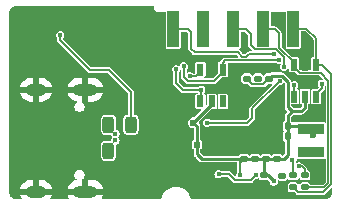
<source format=gbr>
%TF.GenerationSoftware,KiCad,Pcbnew,8.0.3*%
%TF.CreationDate,2024-07-01T02:25:18+08:00*%
%TF.ProjectId,hpm_dap,68706d5f-6461-4702-9e6b-696361645f70,rev?*%
%TF.SameCoordinates,PX3f32af6PY270961d*%
%TF.FileFunction,Copper,L2,Bot*%
%TF.FilePolarity,Positive*%
%FSLAX46Y46*%
G04 Gerber Fmt 4.6, Leading zero omitted, Abs format (unit mm)*
G04 Created by KiCad (PCBNEW 8.0.3) date 2024-07-01 02:25:18*
%MOMM*%
%LPD*%
G01*
G04 APERTURE LIST*
G04 Aperture macros list*
%AMRoundRect*
0 Rectangle with rounded corners*
0 $1 Rounding radius*
0 $2 $3 $4 $5 $6 $7 $8 $9 X,Y pos of 4 corners*
0 Add a 4 corners polygon primitive as box body*
4,1,4,$2,$3,$4,$5,$6,$7,$8,$9,$2,$3,0*
0 Add four circle primitives for the rounded corners*
1,1,$1+$1,$2,$3*
1,1,$1+$1,$4,$5*
1,1,$1+$1,$6,$7*
1,1,$1+$1,$8,$9*
0 Add four rect primitives between the rounded corners*
20,1,$1+$1,$2,$3,$4,$5,0*
20,1,$1+$1,$4,$5,$6,$7,0*
20,1,$1+$1,$6,$7,$8,$9,0*
20,1,$1+$1,$8,$9,$2,$3,0*%
G04 Aperture macros list end*
%TA.AperFunction,SMDPad,CuDef*%
%ADD10R,1.000000X3.100000*%
%TD*%
%TA.AperFunction,ComponentPad*%
%ADD11O,1.800000X1.000000*%
%TD*%
%TA.AperFunction,ComponentPad*%
%ADD12O,2.100000X1.000000*%
%TD*%
%TA.AperFunction,SMDPad,CuDef*%
%ADD13R,0.550000X1.000000*%
%TD*%
%TA.AperFunction,SMDPad,CuDef*%
%ADD14RoundRect,0.135000X0.185000X-0.135000X0.185000X0.135000X-0.185000X0.135000X-0.185000X-0.135000X0*%
%TD*%
%TA.AperFunction,SMDPad,CuDef*%
%ADD15RoundRect,0.140000X0.140000X0.170000X-0.140000X0.170000X-0.140000X-0.170000X0.140000X-0.170000X0*%
%TD*%
%TA.AperFunction,SMDPad,CuDef*%
%ADD16RoundRect,0.140000X0.170000X-0.140000X0.170000X0.140000X-0.170000X0.140000X-0.170000X-0.140000X0*%
%TD*%
%TA.AperFunction,SMDPad,CuDef*%
%ADD17RoundRect,0.140000X-0.170000X0.140000X-0.170000X-0.140000X0.170000X-0.140000X0.170000X0.140000X0*%
%TD*%
%TA.AperFunction,SMDPad,CuDef*%
%ADD18R,2.300000X0.850000*%
%TD*%
%TA.AperFunction,SMDPad,CuDef*%
%ADD19RoundRect,0.250000X0.250000X0.450000X-0.250000X0.450000X-0.250000X-0.450000X0.250000X-0.450000X0*%
%TD*%
%TA.AperFunction,SMDPad,CuDef*%
%ADD20RoundRect,0.250000X0.350000X0.450000X-0.350000X0.450000X-0.350000X-0.450000X0.350000X-0.450000X0*%
%TD*%
%TA.AperFunction,ViaPad*%
%ADD21C,0.400000*%
%TD*%
%TA.AperFunction,ViaPad*%
%ADD22C,0.600000*%
%TD*%
%TA.AperFunction,ViaPad*%
%ADD23C,0.609600*%
%TD*%
%TA.AperFunction,Conductor*%
%ADD24C,0.101600*%
%TD*%
%TA.AperFunction,Conductor*%
%ADD25C,0.177800*%
%TD*%
%TA.AperFunction,Conductor*%
%ADD26C,0.254000*%
%TD*%
%TA.AperFunction,Conductor*%
%ADD27C,0.200000*%
%TD*%
%TA.AperFunction,Conductor*%
%ADD28C,0.127000*%
%TD*%
G04 APERTURE END LIST*
D10*
%TO.P,J2,10*%
%TO.N,/uart_tx*%
X10922999Y14750000D03*
%TO.P,J2,8*%
%TO.N,/uart_rx*%
X8382999Y14750000D03*
%TO.P,J2,6*%
%TO.N,/JTAG_TDO*%
X5842999Y14750000D03*
%TO.P,J2,4*%
%TO.N,unconnected-(J2-Pad4)*%
X3302999Y14750000D03*
%TO.P,J2,2*%
%TO.N,/JTAG_TDI*%
X762999Y14750000D03*
%TD*%
D11*
%TO.P,J1,S1,SHIELD*%
%TO.N,GND*%
X-10857001Y944000D03*
D12*
X-6677001Y944000D03*
D11*
X-10857001Y9584000D03*
D12*
X-6677001Y9584000D03*
%TD*%
D13*
%TO.P,D3,6*%
%TO.N,/JTAG_TDO*%
X10963306Y9001293D03*
%TO.P,D3,5*%
%TO.N,+3.3V*%
X11913306Y9001293D03*
%TO.P,D3,4*%
%TO.N,/JTAG_TDI*%
X12863306Y9001293D03*
%TO.P,D3,3*%
%TO.N,/uart_tx*%
X12863306Y11701293D03*
%TO.P,D3,2*%
%TO.N,GND*%
X11913306Y11701293D03*
%TO.P,D3,1*%
%TO.N,/uart_rx*%
X10963306Y11701293D03*
%TD*%
D14*
%TO.P,R10,2*%
%TO.N,Net-(U1D-PA00{slash}TMR1.COMP0{slash}URT0.TXD{slash}TRGM0.P00)*%
X10928666Y2348093D03*
%TO.P,R10,1*%
%TO.N,/uart_tx*%
X10928666Y1328093D03*
%TD*%
D15*
%TO.P,C14,2*%
%TO.N,GND*%
X9502906Y5626893D03*
%TO.P,C14,1*%
%TO.N,+3.3V*%
X10462906Y5626893D03*
%TD*%
D16*
%TO.P,C5,2*%
%TO.N,GND*%
X8865306Y11490627D03*
%TO.P,C5,1*%
%TO.N,+3.3V*%
X8865306Y10530627D03*
%TD*%
%TO.P,C1,2*%
%TO.N,GND*%
X7925038Y11490627D03*
%TO.P,C1,1*%
%TO.N,/core/Vana*%
X7925038Y10530627D03*
%TD*%
D13*
%TO.P,D2,6*%
%TO.N,/SWRST{slash}JTAG_TRST*%
X3064906Y8594893D03*
%TO.P,D2,5*%
%TO.N,+3.3V*%
X4014906Y8594893D03*
%TO.P,D2,4*%
%TO.N,unconnected-(D2-Pad4)*%
X4964906Y8594893D03*
%TO.P,D2,3*%
%TO.N,/SWCLK{slash}JTAG_TCK*%
X4964906Y11294893D03*
%TO.P,D2,2*%
%TO.N,GND*%
X4014906Y11294893D03*
%TO.P,D2,1*%
%TO.N,/SWDIO{slash}JTAG_TMS*%
X3064906Y11294893D03*
%TD*%
D16*
%TO.P,C8,2*%
%TO.N,GND*%
X6782506Y4684493D03*
%TO.P,C8,1*%
%TO.N,+3.3V*%
X6782506Y3724493D03*
%TD*%
D17*
%TO.P,C18,2*%
%TO.N,GND*%
X9982906Y1358093D03*
%TO.P,C18,1*%
%TO.N,Net-(U1C-VDD_OTPCAP)*%
X9982906Y2318093D03*
%TD*%
D16*
%TO.P,C9,2*%
%TO.N,GND*%
X7696906Y4684493D03*
%TO.P,C9,1*%
%TO.N,+3.3V*%
X7696906Y3724493D03*
%TD*%
D18*
%TO.P,L2,2,2*%
%TO.N,Net-(U1A-DCDC_LP)*%
X12388581Y4296203D03*
%TO.P,L2,1,1*%
%TO.N,+3.3V*%
X12388581Y6246203D03*
%TD*%
D16*
%TO.P,C10,2*%
%TO.N,GND*%
X8611306Y4684493D03*
%TO.P,C10,1*%
%TO.N,+3.3V*%
X8611306Y3724493D03*
%TD*%
%TO.P,C6,2*%
%TO.N,GND*%
X6985706Y11490627D03*
%TO.P,C6,1*%
%TO.N,+3.3V*%
X6985706Y10530627D03*
%TD*%
D19*
%TO.P,D1,4,VP*%
%TO.N,VBUS*%
X-2833894Y6625293D03*
%TO.P,D1,3,L2*%
%TO.N,/core/USB_D-*%
X-4733894Y6625293D03*
%TO.P,D1,2,L1*%
%TO.N,/core/USB_D+*%
X-4733894Y4425293D03*
D20*
%TO.P,D1,1,VN*%
%TO.N,GND*%
X-3013894Y4425293D03*
%TD*%
D16*
%TO.P,C11,2*%
%TO.N,GND*%
X9525706Y4684493D03*
%TO.P,C11,1*%
%TO.N,+3.3V*%
X9525706Y3724493D03*
%TD*%
D14*
%TO.P,R11,2*%
%TO.N,Net-(U1D-PA01{slash}TMR1.CAPT0{slash}URT0.RXD{slash}TRGM0.P01{slash}ACMP.COMP0)*%
X11893866Y2348093D03*
%TO.P,R11,1*%
%TO.N,/uart_rx*%
X11893866Y1328093D03*
%TD*%
D17*
%TO.P,C4,2*%
%TO.N,GND*%
X8458906Y1378093D03*
%TO.P,C4,1*%
%TO.N,+3.3V*%
X8458906Y2338093D03*
%TD*%
D15*
%TO.P,C13,2*%
%TO.N,GND*%
X9502906Y6541293D03*
%TO.P,C13,1*%
%TO.N,+3.3V*%
X10462906Y6541293D03*
%TD*%
D21*
%TO.N,/core/Vana*%
X7925038Y10530627D03*
%TO.N,Net-(U1C-VDD_OTPCAP)*%
X9982906Y2318093D03*
%TO.N,/core/USB_D-*%
X-4139494Y5852293D03*
%TO.N,/core/USB_D+*%
X-4139494Y5299893D03*
D22*
%TO.N,Net-(U1A-DCDC_LP)*%
X12388581Y4296203D03*
D21*
%TO.N,/core/SPI_CS*%
X9779706Y10351293D03*
X3632906Y6795293D03*
%TO.N,/core/BOOT1*%
X4598106Y2426493D03*
X7747706Y2353293D03*
D23*
%TO.N,GND*%
X4852106Y1258093D03*
X-1497894Y1258093D03*
X2312106Y1258093D03*
X6703306Y7738093D03*
D21*
X12065706Y12789693D03*
D23*
X-2615494Y16244093D03*
X13081706Y1969293D03*
D21*
X-5866694Y13958093D03*
X-5866694Y12840493D03*
D23*
X-12318294Y15939293D03*
X-1294694Y12637293D03*
X2413706Y3594893D03*
X-5968294Y15939293D03*
X-12419894Y3798093D03*
X-12419894Y7608093D03*
X-9778294Y15939293D03*
X7646106Y648493D03*
X7973306Y6468093D03*
D21*
X4852106Y9906993D03*
D23*
X-12318294Y13399293D03*
X13386506Y8116093D03*
X6703306Y5198093D03*
X-1294694Y8624093D03*
X-227894Y1258093D03*
X13081706Y3239293D03*
X-12419894Y6338093D03*
D21*
X-5866694Y13399293D03*
D23*
X-8508294Y15939293D03*
X-24694Y12637293D03*
X-12318294Y14669293D03*
D21*
X9474906Y11367293D03*
D23*
X-12318294Y12129293D03*
X-2564694Y12637293D03*
X-4037894Y1258093D03*
X-7238294Y15939293D03*
X6376106Y648493D03*
X3582106Y1258093D03*
X8916106Y648493D03*
D21*
X6274506Y11367293D03*
D23*
X9243306Y7738093D03*
D21*
X6782506Y12738893D03*
D23*
X-11048294Y15939293D03*
X-12419894Y5068093D03*
X-1345494Y16244093D03*
X-2767894Y1258093D03*
X9243306Y5198093D03*
D22*
%TO.N,+3.3V*%
X12576605Y5787128D03*
D21*
X6985706Y10530627D03*
X9271706Y1816893D03*
D23*
X2769306Y4937693D03*
D21*
X6411464Y2358093D03*
D23*
X2464506Y6795293D03*
D21*
X8865306Y10530627D03*
%TO.N,/SWDIO{slash}JTAG_TMS*%
X2159706Y10706893D03*
%TO.N,/SWCLK{slash}JTAG_TCK*%
X1651706Y11570493D03*
X9678106Y12129293D03*
%TO.N,/SWRST{slash}JTAG_TRST*%
X3124906Y9589293D03*
X991306Y11323042D03*
%TO.N,/JTAG_TDO*%
X10135306Y11519693D03*
X10998906Y9944893D03*
%TO.N,/JTAG_TDI*%
X13335706Y10097293D03*
X9309527Y12606021D03*
%TO.N,VBUS*%
X-8813094Y14212093D03*
%TO.N,Net-(U1D-PA00{slash}TMR1.COMP0{slash}URT0.TXD{slash}TRGM0.P00)*%
X10846506Y3594893D03*
%TO.N,Net-(U1D-PA01{slash}TMR1.CAPT0{slash}URT0.RXD{slash}TRGM0.P01{slash}ACMP.COMP0)*%
X11405306Y3086893D03*
%TD*%
D24*
%TO.N,/core/USB_D-*%
X-4139494Y5852293D02*
X-4733894Y6446693D01*
X-4733894Y6446693D02*
X-4733894Y6625293D01*
%TO.N,/core/USB_D+*%
X-4733894Y4705493D02*
X-4733894Y4425293D01*
X-4139494Y5299893D02*
X-4733894Y4705493D01*
D25*
%TO.N,/core/SPI_CS*%
X7036506Y6795293D02*
X3632906Y6795293D01*
X7442906Y7201693D02*
X7036506Y6795293D01*
X9779706Y10351293D02*
X7442906Y8014493D01*
X7442906Y8014493D02*
X7442906Y7201693D01*
%TO.N,/core/BOOT1*%
X5971406Y1967593D02*
X7362006Y1967593D01*
X5512506Y2426493D02*
X5971406Y1967593D01*
X7362006Y1967593D02*
X7747706Y2353293D01*
X4598106Y2426493D02*
X5512506Y2426493D01*
D26*
%TO.N,+3.3V*%
X8458906Y2338093D02*
X8458906Y3572093D01*
X9525706Y3724493D02*
X6782506Y3724493D01*
X9271706Y1816893D02*
X8750506Y2338093D01*
X9114572Y10779893D02*
X8865306Y10530627D01*
X10846506Y7760493D02*
X10459706Y8147293D01*
X2769306Y4153693D02*
X2769306Y4937693D01*
D27*
X6985706Y10530627D02*
X7467306Y10049027D01*
D26*
X10459706Y8147293D02*
X10459706Y10277425D01*
X6426906Y3724493D02*
X3198506Y3724493D01*
X10140521Y3724493D02*
X9525706Y3724493D01*
D27*
X8383706Y10049027D02*
X8865306Y10530627D01*
D26*
X9957238Y10779893D02*
X9114572Y10779893D01*
X10462906Y6541293D02*
X10462906Y7376893D01*
X10459706Y10277425D02*
X9957238Y10779893D01*
X6782506Y3724493D02*
X6426906Y3724493D01*
X2769306Y6490493D02*
X2769306Y4937693D01*
X4014906Y8345693D02*
X4014906Y8594893D01*
X12388581Y6246203D02*
X12093491Y6541293D01*
X2464506Y6795293D02*
X4014906Y8345693D01*
X10462906Y5626893D02*
X10462906Y4046878D01*
D25*
X8458906Y3572093D02*
X8611306Y3724493D01*
D26*
X8750506Y2338093D02*
X8458906Y2338093D01*
X10846506Y7760493D02*
X11608506Y7760493D01*
X11608506Y7760493D02*
X11913306Y8065293D01*
D27*
X7467306Y10049027D02*
X8383706Y10049027D01*
X6411464Y2358093D02*
X6411464Y3353451D01*
D26*
X10462906Y4046878D02*
X10140521Y3724493D01*
X10462906Y6541293D02*
X10462906Y5626893D01*
X3198506Y3724493D02*
X2769306Y4153693D01*
X12576605Y6058179D02*
X12388581Y6246203D01*
D27*
X6411464Y3709051D02*
X6426906Y3724493D01*
X6411464Y3353451D02*
X6411464Y3709051D01*
D26*
X2464506Y6795293D02*
X2769306Y6490493D01*
D27*
X6411464Y3353451D02*
X6782506Y3724493D01*
D26*
X10462906Y7376893D02*
X10846506Y7760493D01*
X12576605Y5787128D02*
X12576605Y6058179D01*
X12093491Y6541293D02*
X10462906Y6541293D01*
X11913306Y8065293D02*
X11913306Y9001293D01*
D25*
%TO.N,/SWDIO{slash}JTAG_TMS*%
X3064906Y11053293D02*
X3064906Y11294893D01*
X2718506Y10706893D02*
X3064906Y11053293D01*
X2159706Y10706893D02*
X2718506Y10706893D01*
D28*
%TO.N,/uart_rx*%
X13234106Y11011693D02*
X11451506Y11011693D01*
X13894506Y1658900D02*
X13894506Y10351293D01*
X10963306Y11701293D02*
X10963306Y11910893D01*
X9343399Y14750000D02*
X8382999Y14750000D01*
X11893866Y1328093D02*
X13563699Y1328093D01*
X13563699Y1328093D02*
X13894506Y1658900D01*
X13894506Y10351293D02*
X13234106Y11011693D01*
X9728906Y13145293D02*
X9728906Y14364493D01*
X9728906Y14364493D02*
X9343399Y14750000D01*
X10963306Y11910893D02*
X9728906Y13145293D01*
X11451506Y11011693D02*
X10963306Y11499893D01*
X10963306Y11499893D02*
X10963306Y11701293D01*
%TO.N,/uart_tx*%
X10928666Y1328093D02*
X11363766Y892993D01*
X12035799Y14750000D02*
X10922999Y14750000D01*
X12863306Y13922493D02*
X12035799Y14750000D01*
X13451889Y892993D02*
X14123106Y1564210D01*
X14123106Y10935493D02*
X13357306Y11701293D01*
X14123106Y1564210D02*
X14123106Y10935493D01*
X13357306Y11701293D02*
X12863306Y11701293D01*
X11363766Y892993D02*
X13451889Y892993D01*
X12863306Y11701293D02*
X12863306Y13922493D01*
D25*
%TO.N,/SWCLK{slash}JTAG_TCK*%
X1991406Y10316393D02*
X4211406Y10316393D01*
X9617806Y12068993D02*
X5147406Y12068993D01*
X4211406Y10316393D02*
X4964906Y11069893D01*
X5147406Y12068993D02*
X4964906Y11886493D01*
X1651706Y11570493D02*
X1651706Y10656093D01*
X1651706Y10656093D02*
X1991406Y10316393D01*
X9678106Y12129293D02*
X9617806Y12068993D01*
X4964906Y11886493D02*
X4964906Y11294893D01*
X4964906Y11069893D02*
X4964906Y11294893D01*
%TO.N,/SWRST{slash}JTAG_TRST*%
X3124906Y9589293D02*
X1550106Y9589293D01*
X1550106Y9589293D02*
X991306Y10148093D01*
X991306Y10148093D02*
X991306Y11323042D01*
X3124906Y8654893D02*
X3064906Y8594893D01*
X3124906Y9589293D02*
X3124906Y8654893D01*
%TO.N,/JTAG_TDO*%
X7341306Y13360693D02*
X7341306Y14313693D01*
X10135306Y12332493D02*
X9458299Y13009500D01*
X10135306Y11519693D02*
X10135306Y12332493D01*
X10998906Y9944893D02*
X10998906Y9036893D01*
X9458299Y13009500D02*
X7692499Y13009500D01*
X6904999Y14750000D02*
X5842999Y14750000D01*
X10998906Y9036893D02*
X10963306Y9001293D01*
X7341306Y14313693D02*
X6904999Y14750000D01*
X7692499Y13009500D02*
X7341306Y13360693D01*
%TO.N,/JTAG_TDI*%
X6620755Y12348393D02*
X6230255Y12738893D01*
X2566106Y12738893D02*
X2261306Y13043693D01*
X12863306Y9214993D02*
X12863306Y9001293D01*
X1977399Y14750000D02*
X762999Y14750000D01*
X7208434Y12606021D02*
X6950806Y12348393D01*
X9309527Y12606021D02*
X7208434Y12606021D01*
X6230255Y12738893D02*
X2566106Y12738893D01*
X13335706Y9687393D02*
X12863306Y9214993D01*
X6950806Y12348393D02*
X6620755Y12348393D01*
X2261306Y14466093D02*
X1977399Y14750000D01*
X13335706Y10097293D02*
X13335706Y9687393D01*
X2261306Y13043693D02*
X2261306Y14466093D01*
%TO.N,VBUS*%
X-2833894Y9401293D02*
X-2833894Y6625293D01*
X-4698294Y11265693D02*
X-2833894Y9401293D01*
X-8813094Y14212093D02*
X-8813094Y13754893D01*
X-6323894Y11265693D02*
X-4698294Y11265693D01*
X-8813094Y13754893D02*
X-6323894Y11265693D01*
D28*
%TO.N,Net-(U1D-PA00{slash}TMR1.COMP0{slash}URT0.TXD{slash}TRGM0.P00)*%
X10846506Y3594893D02*
X10928666Y3512733D01*
X10928666Y3512733D02*
X10928666Y2348093D01*
%TO.N,Net-(U1D-PA01{slash}TMR1.CAPT0{slash}URT0.RXD{slash}TRGM0.P01{slash}ACMP.COMP0)*%
X11405306Y3086893D02*
X11659306Y3086893D01*
X11893866Y2852333D02*
X11893866Y2348093D01*
X11659306Y3086893D02*
X11893866Y2852333D01*
%TD*%
%TA.AperFunction,Conductor*%
%TO.N,GND*%
G36*
X-870227Y16686774D02*
G01*
X-857501Y16656050D01*
X-857501Y16460432D01*
X-837023Y16384012D01*
X-837022Y16384011D01*
X-797461Y16315489D01*
X-741512Y16259540D01*
X-672990Y16219979D01*
X-596570Y16199501D01*
X-596563Y16199500D01*
X-517439Y16199500D01*
X66649Y16199500D01*
X97373Y16186774D01*
X110099Y16156050D01*
X110099Y13184942D01*
X117005Y13150225D01*
X118971Y13140342D01*
X118971Y13140341D01*
X118973Y13140337D01*
X152761Y13089770D01*
X152768Y13089763D01*
X203337Y13055974D01*
X203341Y13055972D01*
X247942Y13047100D01*
X1278055Y13047101D01*
X1278057Y13047101D01*
X1287937Y13049067D01*
X1322657Y13055972D01*
X1322661Y13055975D01*
X1322662Y13055975D01*
X1373229Y13089763D01*
X1373229Y13089764D01*
X1373233Y13089766D01*
X1374586Y13091790D01*
X1407025Y13140339D01*
X1407027Y13140343D01*
X1415899Y13184941D01*
X1415899Y14464750D01*
X1428625Y14495474D01*
X1459349Y14508200D01*
X1859244Y14508200D01*
X1889968Y14495474D01*
X2006780Y14378662D01*
X2019506Y14347938D01*
X2019506Y13091790D01*
X2019506Y12995596D01*
X2056318Y12906724D01*
X2361118Y12601924D01*
X2429137Y12533905D01*
X2518009Y12497093D01*
X6112100Y12497093D01*
X6142824Y12484367D01*
X6242224Y12384967D01*
X6254950Y12354243D01*
X6242224Y12323519D01*
X6211500Y12310793D01*
X5195503Y12310793D01*
X5099309Y12310793D01*
X5010437Y12273981D01*
X5010435Y12273980D01*
X4759916Y12023461D01*
X4739683Y11974615D01*
X4716168Y11951100D01*
X4699543Y11947793D01*
X4674847Y11947793D01*
X4635189Y11939904D01*
X4630248Y11938921D01*
X4630247Y11938921D01*
X4630242Y11938919D01*
X4579675Y11905131D01*
X4579668Y11905124D01*
X4545879Y11854555D01*
X4545877Y11854551D01*
X4537006Y11809953D01*
X4537006Y11001949D01*
X4524280Y10971225D01*
X4123975Y10570919D01*
X4093251Y10558193D01*
X3374823Y10558193D01*
X3344099Y10570919D01*
X3331373Y10601643D01*
X3344099Y10632367D01*
X3366346Y10644258D01*
X3370724Y10645129D01*
X3399564Y10650865D01*
X3399568Y10650868D01*
X3399569Y10650868D01*
X3450136Y10684656D01*
X3450136Y10684657D01*
X3450140Y10684659D01*
X3483934Y10735235D01*
X3492806Y10779836D01*
X3492805Y11809949D01*
X3492805Y11809950D01*
X3492805Y11809952D01*
X3489375Y11827193D01*
X3483934Y11854551D01*
X3483931Y11854555D01*
X3483931Y11854557D01*
X3450143Y11905124D01*
X3450136Y11905131D01*
X3399567Y11938920D01*
X3399563Y11938922D01*
X3354965Y11947793D01*
X2774847Y11947793D01*
X2735189Y11939904D01*
X2730248Y11938921D01*
X2730247Y11938921D01*
X2730242Y11938919D01*
X2679675Y11905131D01*
X2679668Y11905124D01*
X2645879Y11854555D01*
X2645877Y11854551D01*
X2637006Y11809953D01*
X2637006Y10992143D01*
X2624280Y10961419D01*
X2593556Y10948693D01*
X2434980Y10948693D01*
X2404256Y10961419D01*
X2369719Y10995956D01*
X2270121Y11046704D01*
X2270115Y11046706D01*
X2159707Y11064192D01*
X2159705Y11064192D01*
X2049296Y11046706D01*
X2049290Y11046704D01*
X1956682Y10999517D01*
X1923529Y10996908D01*
X1898242Y11018505D01*
X1893506Y11038231D01*
X1893506Y11295219D01*
X1906232Y11325943D01*
X1940767Y11360478D01*
X1991518Y11460082D01*
X2009005Y11570493D01*
X1991518Y11680904D01*
X1991517Y11680906D01*
X1991516Y11680909D01*
X1940768Y11780507D01*
X1861719Y11859556D01*
X1762121Y11910304D01*
X1762115Y11910306D01*
X1651707Y11927792D01*
X1651705Y11927792D01*
X1541296Y11910306D01*
X1541290Y11910304D01*
X1441692Y11859556D01*
X1362643Y11780507D01*
X1311895Y11680909D01*
X1311893Y11680903D01*
X1300708Y11610282D01*
X1283332Y11581927D01*
X1250996Y11574164D01*
X1227069Y11586355D01*
X1201319Y11612105D01*
X1101721Y11662853D01*
X1101715Y11662855D01*
X991307Y11680341D01*
X991305Y11680341D01*
X880896Y11662855D01*
X880890Y11662853D01*
X781292Y11612105D01*
X702243Y11533056D01*
X651495Y11433458D01*
X651493Y11433452D01*
X634007Y11323043D01*
X634007Y11323042D01*
X651493Y11212633D01*
X651495Y11212627D01*
X702243Y11113029D01*
X736780Y11078492D01*
X749506Y11047768D01*
X749506Y10196190D01*
X749506Y10099996D01*
X786318Y10011124D01*
X1345117Y9452326D01*
X1345118Y9452324D01*
X1413137Y9384305D01*
X1502009Y9347493D01*
X1502010Y9347493D01*
X1598203Y9347493D01*
X2839656Y9347493D01*
X2870380Y9334767D01*
X2883106Y9304043D01*
X2883106Y9291243D01*
X2870380Y9260519D01*
X2839657Y9247793D01*
X2774847Y9247793D01*
X2735189Y9239904D01*
X2730248Y9238921D01*
X2730247Y9238921D01*
X2730242Y9238919D01*
X2679675Y9205131D01*
X2679668Y9205124D01*
X2645879Y9154555D01*
X2645877Y9154551D01*
X2637006Y9109953D01*
X2637006Y8079835D01*
X2640437Y8062590D01*
X2645878Y8035235D01*
X2645878Y8035234D01*
X2645880Y8035230D01*
X2679668Y7984663D01*
X2679675Y7984656D01*
X2730244Y7950867D01*
X2730248Y7950865D01*
X2774849Y7941993D01*
X3110469Y7941994D01*
X3141193Y7929268D01*
X3153919Y7898544D01*
X3141193Y7867820D01*
X2539094Y7265719D01*
X2508370Y7252993D01*
X2398699Y7252993D01*
X2328427Y7232360D01*
X2272410Y7215912D01*
X2161695Y7144759D01*
X2161694Y7144757D01*
X2075504Y7045289D01*
X2035240Y6957121D01*
X2020830Y6925568D01*
X2002099Y6795293D01*
X2020830Y6665018D01*
X2075504Y6545297D01*
X2161694Y6445829D01*
X2161695Y6445828D01*
X2272410Y6374675D01*
X2272413Y6374674D01*
X2272415Y6374673D01*
X2398699Y6337593D01*
X2445956Y6337593D01*
X2476680Y6324867D01*
X2489406Y6294143D01*
X2489406Y5325607D01*
X2476680Y5294883D01*
X2469450Y5289058D01*
X2468581Y5288498D01*
X2466493Y5287157D01*
X2380304Y5187689D01*
X2335637Y5089880D01*
X2325630Y5067968D01*
X2306899Y4937693D01*
X2325630Y4807418D01*
X2380304Y4687697D01*
X2466494Y4588229D01*
X2469444Y4586333D01*
X2488412Y4559019D01*
X2489406Y4549779D01*
X2489406Y4116837D01*
X2508480Y4045657D01*
X2508481Y4045656D01*
X2545330Y3981831D01*
X3026644Y3500516D01*
X3063490Y3479245D01*
X3063492Y3479244D01*
X3090469Y3463668D01*
X3107147Y3459199D01*
X3161649Y3444594D01*
X3161656Y3444593D01*
X6115113Y3444593D01*
X6145837Y3431867D01*
X6158563Y3401143D01*
X6158563Y3298092D01*
X6158564Y3298083D01*
X6158564Y2622267D01*
X6145838Y2591543D01*
X6122401Y2568107D01*
X6071653Y2468509D01*
X6071651Y2468503D01*
X6054165Y2358094D01*
X6054165Y2358091D01*
X6057955Y2334159D01*
X6050191Y2301823D01*
X6021836Y2284448D01*
X5989500Y2292212D01*
X5984316Y2296639D01*
X5854462Y2426493D01*
X5649475Y2631481D01*
X5560603Y2668293D01*
X5560601Y2668293D01*
X4873380Y2668293D01*
X4842656Y2681019D01*
X4808119Y2715556D01*
X4708521Y2766304D01*
X4708515Y2766306D01*
X4598107Y2783792D01*
X4598105Y2783792D01*
X4487696Y2766306D01*
X4487690Y2766304D01*
X4388092Y2715556D01*
X4309043Y2636507D01*
X4258295Y2536909D01*
X4258293Y2536903D01*
X4240807Y2426494D01*
X4240807Y2426493D01*
X4258293Y2316084D01*
X4258295Y2316078D01*
X4309043Y2216480D01*
X4388092Y2137431D01*
X4487690Y2086683D01*
X4487693Y2086682D01*
X4487695Y2086681D01*
X4502672Y2084309D01*
X4598105Y2069194D01*
X4598106Y2069194D01*
X4598107Y2069194D01*
X4634909Y2075023D01*
X4708517Y2086681D01*
X4808121Y2137432D01*
X4842656Y2171967D01*
X4873380Y2184693D01*
X5394351Y2184693D01*
X5425075Y2171967D01*
X5598951Y1998092D01*
X5766417Y1830626D01*
X5766418Y1830624D01*
X5834437Y1762605D01*
X5923309Y1725793D01*
X5923310Y1725793D01*
X5923311Y1725793D01*
X7410101Y1725793D01*
X7410103Y1725793D01*
X7498975Y1762605D01*
X7719637Y1983269D01*
X7744619Y1993617D01*
X7744328Y1995459D01*
X7747706Y1995994D01*
X7858117Y2013481D01*
X7957721Y2064232D01*
X7961501Y2068012D01*
X7992223Y2080741D01*
X8022948Y2068017D01*
X8031975Y2054842D01*
X8043077Y2029698D01*
X8120510Y1952265D01*
X8120509Y1952265D01*
X8164740Y1932736D01*
X8220683Y1908035D01*
X8220682Y1908035D01*
X8220685Y1908034D01*
X8245172Y1905193D01*
X8245177Y1905193D01*
X8672635Y1905193D01*
X8672640Y1905193D01*
X8697127Y1908034D01*
X8697129Y1908035D01*
X8697130Y1908035D01*
X8730666Y1922843D01*
X8763912Y1923612D01*
X8778941Y1913820D01*
X8911676Y1781085D01*
X8923867Y1757159D01*
X8931894Y1706481D01*
X8982643Y1606880D01*
X9061692Y1527831D01*
X9161290Y1477083D01*
X9161293Y1477082D01*
X9161295Y1477081D01*
X9216500Y1468338D01*
X9271705Y1459594D01*
X9271706Y1459594D01*
X9271707Y1459594D01*
X9308509Y1465423D01*
X9382117Y1477081D01*
X9481721Y1527832D01*
X9560767Y1606878D01*
X9611518Y1706482D01*
X9629005Y1816893D01*
X9620665Y1869551D01*
X9628428Y1901887D01*
X9656783Y1919263D01*
X9681129Y1916097D01*
X9744683Y1888035D01*
X9744682Y1888035D01*
X9744685Y1888034D01*
X9769172Y1885193D01*
X9769177Y1885193D01*
X10196635Y1885193D01*
X10196640Y1885193D01*
X10221127Y1888034D01*
X10321302Y1932265D01*
X10398734Y2009697D01*
X10418997Y2055591D01*
X10443048Y2078557D01*
X10476294Y2077789D01*
X10498492Y2055593D01*
X10502033Y2047574D01*
X10578146Y1971461D01*
X10611831Y1956588D01*
X10676607Y1927987D01*
X10676606Y1927987D01*
X10676609Y1927986D01*
X10700682Y1925193D01*
X10700687Y1925193D01*
X11156645Y1925193D01*
X11156650Y1925193D01*
X11180723Y1927986D01*
X11279187Y1971462D01*
X11355297Y2047572D01*
X11371518Y2084309D01*
X11395570Y2107275D01*
X11428816Y2106507D01*
X11451014Y2084309D01*
X11467233Y2047574D01*
X11543346Y1971461D01*
X11577031Y1956588D01*
X11641807Y1927987D01*
X11641806Y1927987D01*
X11641809Y1927986D01*
X11665882Y1925193D01*
X11665887Y1925193D01*
X12121845Y1925193D01*
X12121850Y1925193D01*
X12145923Y1927986D01*
X12244387Y1971462D01*
X12320497Y2047572D01*
X12363973Y2146036D01*
X12366766Y2170109D01*
X12366766Y2526077D01*
X12363973Y2550150D01*
X12355166Y2570097D01*
X12320498Y2648613D01*
X12244385Y2724726D01*
X12145923Y2768200D01*
X12142770Y2769058D01*
X12143269Y2770894D01*
X12119626Y2784097D01*
X12110266Y2811038D01*
X12110266Y2895377D01*
X12110266Y2895378D01*
X12077321Y2974914D01*
X12016447Y3035788D01*
X12016445Y3035789D01*
X11842761Y3209473D01*
X11842761Y3209474D01*
X11781887Y3270348D01*
X11702351Y3303293D01*
X11702349Y3303293D01*
X11702347Y3303294D01*
X11698153Y3304128D01*
X11698595Y3306352D01*
X11675256Y3316019D01*
X11615319Y3375956D01*
X11515721Y3426704D01*
X11515715Y3426706D01*
X11405307Y3444192D01*
X11405305Y3444192D01*
X11294896Y3426706D01*
X11294890Y3426704D01*
X11227634Y3392435D01*
X11194481Y3389826D01*
X11169194Y3411423D01*
X11166585Y3444576D01*
X11169190Y3450869D01*
X11186318Y3484482D01*
X11203805Y3594893D01*
X11192217Y3668058D01*
X11199980Y3700393D01*
X11228335Y3717769D01*
X11235119Y3718304D01*
X13553637Y3718304D01*
X13553639Y3718304D01*
X13563519Y3720270D01*
X13598239Y3727175D01*
X13610517Y3735380D01*
X13643131Y3741867D01*
X13670783Y3723393D01*
X13678106Y3699252D01*
X13678106Y1766533D01*
X13665380Y1735809D01*
X13486790Y1557219D01*
X13456066Y1544493D01*
X12385952Y1544493D01*
X12355228Y1557219D01*
X12346204Y1570393D01*
X12320498Y1628613D01*
X12244385Y1704726D01*
X12145923Y1748200D01*
X12145925Y1748200D01*
X12139045Y1748998D01*
X12121850Y1750993D01*
X11665882Y1750993D01*
X11648687Y1748998D01*
X11641807Y1748200D01*
X11543346Y1704726D01*
X11467233Y1628613D01*
X11451014Y1591878D01*
X11426962Y1568912D01*
X11393716Y1569680D01*
X11371518Y1591878D01*
X11355298Y1628613D01*
X11279185Y1704726D01*
X11180723Y1748200D01*
X11180725Y1748200D01*
X11173845Y1748998D01*
X11156650Y1750993D01*
X10700682Y1750993D01*
X10683487Y1748998D01*
X10676607Y1748200D01*
X10578146Y1704726D01*
X10502033Y1628613D01*
X10458559Y1530152D01*
X10458559Y1530150D01*
X10455766Y1506077D01*
X10455766Y1150109D01*
X10456853Y1140742D01*
X10458559Y1126035D01*
X10502033Y1027574D01*
X10578146Y951461D01*
X10627377Y929724D01*
X10676607Y907987D01*
X10676606Y907987D01*
X10676609Y907986D01*
X10700682Y905193D01*
X11027532Y905193D01*
X11058256Y892467D01*
X11180310Y770413D01*
X11180311Y770412D01*
X11241185Y709538D01*
X11320721Y676593D01*
X11320723Y676593D01*
X13494932Y676593D01*
X13494933Y676593D01*
X13494934Y676593D01*
X13574470Y709538D01*
X13635344Y770412D01*
X13635344Y770414D01*
X14168326Y1303396D01*
X14199049Y1316121D01*
X14229773Y1303395D01*
X14242499Y1272671D01*
X14242499Y1050265D01*
X14242498Y1050247D01*
X14242498Y1002135D01*
X14242289Y997877D01*
X14229478Y867791D01*
X14227816Y859436D01*
X14190496Y736408D01*
X14187237Y728539D01*
X14126629Y615148D01*
X14121896Y608065D01*
X14040336Y508685D01*
X14034314Y502663D01*
X13934934Y421103D01*
X13927851Y416370D01*
X13814460Y355762D01*
X13806591Y352503D01*
X13683563Y315183D01*
X13675208Y313521D01*
X13545122Y300710D01*
X13540864Y300501D01*
X13491911Y300501D01*
X13491899Y300500D01*
X2314978Y300500D01*
X2284254Y313226D01*
X2273402Y331326D01*
X2213123Y529846D01*
X2113602Y728252D01*
X1981925Y906942D01*
X1981923Y906944D01*
X1981921Y906947D01*
X1821898Y1060754D01*
X1821894Y1060758D01*
X1673598Y1161229D01*
X1638130Y1185259D01*
X1508453Y1244000D01*
X1435941Y1276847D01*
X1379907Y1291466D01*
X1221162Y1332881D01*
X999999Y1351739D01*
X778835Y1332881D01*
X564057Y1276847D01*
X361867Y1185259D01*
X178105Y1060759D01*
X178099Y1060754D01*
X18076Y906947D01*
X18074Y906944D01*
X-113605Y728252D01*
X-113606Y728249D01*
X-213124Y529850D01*
X-213125Y529847D01*
X-231199Y470323D01*
X-272144Y335474D01*
X-273404Y331326D01*
X-294508Y305625D01*
X-314980Y300500D01*
X-5272995Y300500D01*
X-5303719Y313226D01*
X-5316445Y343950D01*
X-5309122Y368090D01*
X-5240812Y470323D01*
X-5240812Y470324D01*
X-5165430Y652314D01*
X-5165428Y652322D01*
X-5157138Y694000D01*
X-5960013Y694000D01*
X-5942796Y703940D01*
X-5886941Y759795D01*
X-5847445Y828204D01*
X-5827001Y904504D01*
X-5827001Y983496D01*
X-5847445Y1059796D01*
X-5886941Y1128205D01*
X-5942796Y1184060D01*
X-5960013Y1194000D01*
X-5157138Y1194000D01*
X-5157138Y1194001D01*
X-5165428Y1235679D01*
X-5165430Y1235687D01*
X-5240812Y1417677D01*
X-5240812Y1417678D01*
X-5350249Y1581460D01*
X-5350252Y1581464D01*
X-5489537Y1720749D01*
X-5489542Y1720753D01*
X-5653325Y1830190D01*
X-5835315Y1905572D01*
X-5835321Y1905574D01*
X-6028508Y1944000D01*
X-6427001Y1944000D01*
X-6427001Y1244000D01*
X-6927001Y1244000D01*
X-6927001Y1944000D01*
X-6939589Y1956588D01*
X-6952315Y1987312D01*
X-6939589Y2018036D01*
X-6930589Y2024941D01*
X-6915738Y2033515D01*
X-6836516Y2112737D01*
X-6780498Y2209763D01*
X-6758406Y2292212D01*
X-6751502Y2317976D01*
X-6751501Y2317983D01*
X-6751501Y2430018D01*
X-6751502Y2430025D01*
X-6777240Y2526077D01*
X-6780498Y2538237D01*
X-6836516Y2635263D01*
X-6915738Y2714485D01*
X-6917593Y2715556D01*
X-7012763Y2770503D01*
X-7120977Y2799500D01*
X-7120983Y2799500D01*
X-7233019Y2799500D01*
X-7233026Y2799500D01*
X-7341240Y2770503D01*
X-7438265Y2714485D01*
X-7517486Y2635264D01*
X-7573504Y2538239D01*
X-7602501Y2430025D01*
X-7602501Y2317976D01*
X-7573504Y2209762D01*
X-7525506Y2126628D01*
X-7517486Y2112737D01*
X-7438264Y2033515D01*
X-7394030Y2007977D01*
X-7373786Y1981594D01*
X-7378126Y1948623D01*
X-7404509Y1928379D01*
X-7407278Y1927733D01*
X-7518682Y1905574D01*
X-7518688Y1905572D01*
X-7700678Y1830190D01*
X-7700679Y1830190D01*
X-7864461Y1720753D01*
X-8003754Y1581460D01*
X-8113191Y1417678D01*
X-8113191Y1417677D01*
X-8188573Y1235687D01*
X-8188575Y1235679D01*
X-8196865Y1194001D01*
X-8196864Y1194000D01*
X-7393989Y1194000D01*
X-7411206Y1184060D01*
X-7467061Y1128205D01*
X-7506557Y1059796D01*
X-7527001Y983496D01*
X-7527001Y904504D01*
X-7506557Y828204D01*
X-7467061Y759795D01*
X-7411206Y703940D01*
X-7393989Y694000D01*
X-8196864Y694000D01*
X-8188575Y652322D01*
X-8188573Y652314D01*
X-8113191Y470324D01*
X-8113191Y470323D01*
X-8044880Y368090D01*
X-8038392Y335474D01*
X-8056867Y307823D01*
X-8081007Y300500D01*
X-9602995Y300500D01*
X-9633719Y313226D01*
X-9646445Y343950D01*
X-9639122Y368090D01*
X-9570812Y470323D01*
X-9570812Y470324D01*
X-9495430Y652314D01*
X-9495428Y652322D01*
X-9487138Y694000D01*
X-10290013Y694000D01*
X-10272796Y703940D01*
X-10216941Y759795D01*
X-10177445Y828204D01*
X-10157001Y904504D01*
X-10157001Y983496D01*
X-10177445Y1059796D01*
X-10216941Y1128205D01*
X-10272796Y1184060D01*
X-10290013Y1194000D01*
X-9487138Y1194000D01*
X-9487138Y1194001D01*
X-9495428Y1235679D01*
X-9495430Y1235687D01*
X-9570812Y1417677D01*
X-9570812Y1417678D01*
X-9680249Y1581460D01*
X-9680252Y1581464D01*
X-9819537Y1720749D01*
X-9819542Y1720753D01*
X-9983325Y1830190D01*
X-10165315Y1905572D01*
X-10165321Y1905574D01*
X-10358508Y1944000D01*
X-10607001Y1944000D01*
X-10607001Y1244000D01*
X-11107001Y1244000D01*
X-11107001Y1944000D01*
X-11355494Y1944000D01*
X-11548682Y1905574D01*
X-11548688Y1905572D01*
X-11730678Y1830190D01*
X-11730679Y1830190D01*
X-11894461Y1720753D01*
X-12033754Y1581460D01*
X-12143191Y1417678D01*
X-12143191Y1417677D01*
X-12218573Y1235687D01*
X-12218575Y1235679D01*
X-12226865Y1194001D01*
X-12226864Y1194000D01*
X-11423989Y1194000D01*
X-11441206Y1184060D01*
X-11497061Y1128205D01*
X-11536557Y1059796D01*
X-11557001Y983496D01*
X-11557001Y904504D01*
X-11536557Y828204D01*
X-11497061Y759795D01*
X-11441206Y703940D01*
X-11423989Y694000D01*
X-12226864Y694000D01*
X-12218575Y652322D01*
X-12218573Y652314D01*
X-12143191Y470324D01*
X-12143191Y470323D01*
X-12074880Y368090D01*
X-12068392Y335474D01*
X-12086867Y307823D01*
X-12111007Y300500D01*
X-12454862Y300500D01*
X-12459121Y300709D01*
X-12589206Y313523D01*
X-12597560Y315185D01*
X-12720591Y352507D01*
X-12728458Y355766D01*
X-12790318Y388832D01*
X-12841840Y416371D01*
X-12848921Y421103D01*
X-12948305Y502665D01*
X-12954329Y508688D01*
X-13035894Y608077D01*
X-13040619Y615149D01*
X-13101228Y728543D01*
X-13104486Y736410D01*
X-13141806Y859442D01*
X-13143466Y867785D01*
X-13156293Y998021D01*
X-13156501Y1002276D01*
X-13156501Y1005591D01*
X-13156500Y1047592D01*
X-13156501Y1047596D01*
X-13156501Y7107002D01*
X-5386794Y7107002D01*
X-5386794Y6143585D01*
X-5371851Y6049238D01*
X-5371851Y6049237D01*
X-5313912Y5935524D01*
X-5223664Y5845276D01*
X-5146868Y5806147D01*
X-5109949Y5787336D01*
X-5015602Y5772393D01*
X-4520788Y5772393D01*
X-4490064Y5759667D01*
X-4480992Y5744862D01*
X-4480859Y5744929D01*
X-4479999Y5743241D01*
X-4479464Y5742368D01*
X-4479306Y5741881D01*
X-4428557Y5642280D01*
X-4393094Y5606817D01*
X-4380368Y5576093D01*
X-4393094Y5545369D01*
X-4428557Y5509907D01*
X-4479305Y5410309D01*
X-4479307Y5410303D01*
X-4494425Y5314846D01*
X-4511801Y5286491D01*
X-4537340Y5278193D01*
X-5015603Y5278193D01*
X-5109950Y5263250D01*
X-5109951Y5263250D01*
X-5223664Y5205311D01*
X-5313912Y5115063D01*
X-5371851Y5001350D01*
X-5371851Y5001349D01*
X-5386794Y4907002D01*
X-5386794Y3943585D01*
X-5371851Y3849238D01*
X-5371851Y3849237D01*
X-5313912Y3735524D01*
X-5223664Y3645276D01*
X-5109951Y3587337D01*
X-5109949Y3587336D01*
X-5015602Y3572393D01*
X-5015601Y3572393D01*
X-4452187Y3572393D01*
X-4452186Y3572393D01*
X-4357839Y3587336D01*
X-4244123Y3645277D01*
X-4153878Y3735522D01*
X-4095937Y3849238D01*
X-4080994Y3943585D01*
X-4080994Y4907001D01*
X-4081128Y4907848D01*
X-4081078Y4908059D01*
X-4081128Y4908702D01*
X-4080919Y4908719D01*
X-4073364Y4940184D01*
X-4045011Y4957559D01*
X-4029083Y4960081D01*
X-3929479Y5010832D01*
X-3850433Y5089878D01*
X-3799682Y5189482D01*
X-3782195Y5299893D01*
X-3799682Y5410304D01*
X-3799683Y5410306D01*
X-3799684Y5410309D01*
X-3850432Y5509907D01*
X-3885894Y5545369D01*
X-3898620Y5576093D01*
X-3885894Y5606817D01*
X-3850433Y5642278D01*
X-3799682Y5741882D01*
X-3782195Y5852293D01*
X-3784226Y5865114D01*
X-3799682Y5962703D01*
X-3799684Y5962709D01*
X-3850432Y6062307D01*
X-3929481Y6141356D01*
X-4029082Y6192105D01*
X-4044342Y6194522D01*
X-4072696Y6211898D01*
X-4080994Y6237437D01*
X-4080994Y7107000D01*
X-4080994Y7107001D01*
X-4095937Y7201348D01*
X-4126308Y7260955D01*
X-4153877Y7315063D01*
X-4244125Y7405311D01*
X-4357838Y7463250D01*
X-4452186Y7478193D01*
X-5015602Y7478193D01*
X-5015603Y7478193D01*
X-5109950Y7463250D01*
X-5109951Y7463250D01*
X-5223664Y7405311D01*
X-5313912Y7315063D01*
X-5371851Y7201350D01*
X-5371851Y7201349D01*
X-5386794Y7107002D01*
X-13156501Y7107002D01*
X-13156501Y9834001D01*
X-12226865Y9834001D01*
X-12226864Y9834000D01*
X-11423989Y9834000D01*
X-11441206Y9824060D01*
X-11497061Y9768205D01*
X-11536557Y9699796D01*
X-11557001Y9623496D01*
X-11557001Y9544504D01*
X-11536557Y9468204D01*
X-11497061Y9399795D01*
X-11441206Y9343940D01*
X-11423989Y9334000D01*
X-12226864Y9334000D01*
X-12218575Y9292322D01*
X-12218573Y9292314D01*
X-12143191Y9110324D01*
X-12143191Y9110323D01*
X-12033754Y8946541D01*
X-12033750Y8946536D01*
X-11894465Y8807251D01*
X-11894461Y8807248D01*
X-11730678Y8697811D01*
X-11548688Y8622429D01*
X-11548682Y8622427D01*
X-11355494Y8584000D01*
X-11107001Y8584000D01*
X-11107001Y9284000D01*
X-10607001Y9284000D01*
X-10607001Y8584000D01*
X-10358508Y8584000D01*
X-10165321Y8622427D01*
X-10165315Y8622429D01*
X-9983325Y8697811D01*
X-9983324Y8697811D01*
X-9819542Y8807248D01*
X-9819537Y8807251D01*
X-9680252Y8946536D01*
X-9680249Y8946541D01*
X-9570812Y9110323D01*
X-9570812Y9110324D01*
X-9495430Y9292314D01*
X-9495428Y9292322D01*
X-9487138Y9334000D01*
X-10290013Y9334000D01*
X-10272796Y9343940D01*
X-10216941Y9399795D01*
X-10177445Y9468204D01*
X-10157001Y9544504D01*
X-10157001Y9623496D01*
X-10177445Y9699796D01*
X-10216941Y9768205D01*
X-10272796Y9824060D01*
X-10290013Y9834000D01*
X-9487138Y9834000D01*
X-9487138Y9834001D01*
X-8196865Y9834001D01*
X-8196864Y9834000D01*
X-7393989Y9834000D01*
X-7411206Y9824060D01*
X-7467061Y9768205D01*
X-7506557Y9699796D01*
X-7527001Y9623496D01*
X-7527001Y9544504D01*
X-7506557Y9468204D01*
X-7467061Y9399795D01*
X-7411206Y9343940D01*
X-7393989Y9334000D01*
X-8196864Y9334000D01*
X-8188575Y9292322D01*
X-8188573Y9292314D01*
X-8113191Y9110324D01*
X-8113191Y9110323D01*
X-8003754Y8946541D01*
X-8003750Y8946536D01*
X-7864465Y8807251D01*
X-7864461Y8807248D01*
X-7700678Y8697811D01*
X-7518688Y8622429D01*
X-7518680Y8622427D01*
X-7407279Y8600268D01*
X-7379628Y8581793D01*
X-7373140Y8549177D01*
X-7391615Y8521526D01*
X-7394030Y8520024D01*
X-7438265Y8494485D01*
X-7517486Y8415264D01*
X-7573504Y8318239D01*
X-7602501Y8210025D01*
X-7602501Y8097976D01*
X-7573504Y7989762D01*
X-7545925Y7941994D01*
X-7517486Y7892737D01*
X-7438264Y7813515D01*
X-7341238Y7757497D01*
X-7303754Y7747453D01*
X-7233026Y7728501D01*
X-7233019Y7728500D01*
X-7120983Y7728500D01*
X-7120977Y7728501D01*
X-7071893Y7741654D01*
X-7012764Y7757497D01*
X-6915738Y7813515D01*
X-6836516Y7892737D01*
X-6780498Y7989763D01*
X-6760984Y8062590D01*
X-6751502Y8097976D01*
X-6751501Y8097983D01*
X-6751501Y8210018D01*
X-6751502Y8210025D01*
X-6776936Y8304944D01*
X-6780498Y8318237D01*
X-6836516Y8415263D01*
X-6915738Y8494485D01*
X-6915739Y8494486D01*
X-6930591Y8503061D01*
X-6950835Y8529444D01*
X-6946493Y8562415D01*
X-6939588Y8571413D01*
X-6927001Y8584000D01*
X-6927001Y9284000D01*
X-6427001Y9284000D01*
X-6427001Y8584000D01*
X-6028508Y8584000D01*
X-5835321Y8622427D01*
X-5835315Y8622429D01*
X-5653325Y8697811D01*
X-5653324Y8697811D01*
X-5489542Y8807248D01*
X-5489537Y8807251D01*
X-5350252Y8946536D01*
X-5350249Y8946541D01*
X-5240812Y9110323D01*
X-5240812Y9110324D01*
X-5165430Y9292314D01*
X-5165428Y9292322D01*
X-5157138Y9334000D01*
X-5960013Y9334000D01*
X-5942796Y9343940D01*
X-5886941Y9399795D01*
X-5847445Y9468204D01*
X-5827001Y9544504D01*
X-5827001Y9623496D01*
X-5847445Y9699796D01*
X-5886941Y9768205D01*
X-5942796Y9824060D01*
X-5960013Y9834000D01*
X-5157138Y9834000D01*
X-5157138Y9834001D01*
X-5165428Y9875679D01*
X-5165430Y9875687D01*
X-5240812Y10057677D01*
X-5240812Y10057678D01*
X-5350249Y10221460D01*
X-5350252Y10221464D01*
X-5489537Y10360749D01*
X-5489542Y10360753D01*
X-5653325Y10470190D01*
X-5835315Y10545572D01*
X-5835321Y10545574D01*
X-6028508Y10584000D01*
X-6427001Y10584000D01*
X-6427001Y9884000D01*
X-6927001Y9884000D01*
X-6927001Y10584000D01*
X-7325494Y10584000D01*
X-7518682Y10545574D01*
X-7518688Y10545572D01*
X-7700678Y10470190D01*
X-7700679Y10470190D01*
X-7864461Y10360753D01*
X-8003754Y10221460D01*
X-8113191Y10057678D01*
X-8113191Y10057677D01*
X-8188573Y9875687D01*
X-8188575Y9875679D01*
X-8196865Y9834001D01*
X-9487138Y9834001D01*
X-9495428Y9875679D01*
X-9495430Y9875687D01*
X-9570812Y10057677D01*
X-9570812Y10057678D01*
X-9680249Y10221460D01*
X-9680252Y10221464D01*
X-9819537Y10360749D01*
X-9819542Y10360753D01*
X-9983325Y10470190D01*
X-10165315Y10545572D01*
X-10165321Y10545574D01*
X-10358508Y10584000D01*
X-10607001Y10584000D01*
X-10607001Y9884000D01*
X-11107001Y9884000D01*
X-11107001Y10584000D01*
X-11355494Y10584000D01*
X-11548682Y10545574D01*
X-11548688Y10545572D01*
X-11730678Y10470190D01*
X-11730679Y10470190D01*
X-11894461Y10360753D01*
X-12033754Y10221460D01*
X-12143191Y10057678D01*
X-12143191Y10057677D01*
X-12218573Y9875687D01*
X-12218575Y9875679D01*
X-12226865Y9834001D01*
X-13156501Y9834001D01*
X-13156501Y14212094D01*
X-9170393Y14212094D01*
X-9170393Y14212093D01*
X-9152907Y14101684D01*
X-9152905Y14101678D01*
X-9102157Y14002080D01*
X-9067620Y13967543D01*
X-9054894Y13936819D01*
X-9054894Y13802990D01*
X-9054894Y13706796D01*
X-9018082Y13617924D01*
X-6460863Y11060705D01*
X-6371991Y11023893D01*
X-6275798Y11023893D01*
X-4816449Y11023893D01*
X-4785725Y11011167D01*
X-3088420Y9313862D01*
X-3075694Y9283138D01*
X-3075694Y7521499D01*
X-3088420Y7490775D01*
X-3113999Y7478979D01*
X-3113916Y7478460D01*
X-3209950Y7463250D01*
X-3209951Y7463250D01*
X-3323664Y7405311D01*
X-3413912Y7315063D01*
X-3471851Y7201350D01*
X-3471851Y7201349D01*
X-3486794Y7107002D01*
X-3486794Y6143585D01*
X-3471851Y6049238D01*
X-3471851Y6049237D01*
X-3413912Y5935524D01*
X-3323664Y5845276D01*
X-3246868Y5806147D01*
X-3209949Y5787336D01*
X-3115602Y5772393D01*
X-3115601Y5772393D01*
X-2552187Y5772393D01*
X-2552186Y5772393D01*
X-2457839Y5787336D01*
X-2344123Y5845277D01*
X-2253878Y5935522D01*
X-2195937Y6049238D01*
X-2180994Y6143585D01*
X-2180994Y7107001D01*
X-2195937Y7201348D01*
X-2226308Y7260955D01*
X-2253877Y7315063D01*
X-2344125Y7405311D01*
X-2457838Y7463250D01*
X-2553872Y7478460D01*
X-2553778Y7479057D01*
X-2581693Y7493291D01*
X-2592094Y7521499D01*
X-2592094Y9449389D01*
X-2592094Y9449390D01*
X-2628906Y9538262D01*
X-2696925Y9606281D01*
X-4561325Y11470681D01*
X-4650197Y11507493D01*
X-4650199Y11507493D01*
X-6205739Y11507493D01*
X-6236463Y11520219D01*
X-8558568Y13842324D01*
X-8571294Y13873048D01*
X-8571294Y13936819D01*
X-8558568Y13967543D01*
X-8524033Y14002078D01*
X-8473282Y14101682D01*
X-8455795Y14212093D01*
X-8456024Y14213536D01*
X-8473282Y14322503D01*
X-8473284Y14322509D01*
X-8524032Y14422107D01*
X-8603081Y14501156D01*
X-8702679Y14551904D01*
X-8702685Y14551906D01*
X-8813093Y14569392D01*
X-8813095Y14569392D01*
X-8923504Y14551906D01*
X-8923510Y14551904D01*
X-9023108Y14501156D01*
X-9102157Y14422107D01*
X-9152905Y14322509D01*
X-9152907Y14322503D01*
X-9170393Y14212094D01*
X-13156501Y14212094D01*
X-13156501Y15997865D01*
X-13156292Y16002124D01*
X-13156278Y16002263D01*
X-13143478Y16132214D01*
X-13141819Y16140554D01*
X-13104493Y16263600D01*
X-13101238Y16271455D01*
X-13040627Y16384851D01*
X-13035906Y16391918D01*
X-12954330Y16491318D01*
X-12948319Y16497329D01*
X-12848919Y16578905D01*
X-12841852Y16583626D01*
X-12728456Y16644237D01*
X-12720601Y16647492D01*
X-12597555Y16684818D01*
X-12589215Y16686477D01*
X-12459121Y16699292D01*
X-12454862Y16699500D01*
X-12409404Y16699500D01*
X-900951Y16699500D01*
X-870227Y16686774D01*
G37*
%TD.AperFunction*%
%TA.AperFunction,Conductor*%
G36*
X9502976Y11822457D02*
G01*
X9567690Y11789483D01*
X9567693Y11789482D01*
X9567695Y11789481D01*
X9603924Y11783743D01*
X9678105Y11771994D01*
X9678106Y11771994D01*
X9678107Y11771994D01*
X9731862Y11780508D01*
X9788517Y11789481D01*
X9788520Y11789483D01*
X9791773Y11790539D01*
X9792034Y11789736D01*
X9821614Y11792071D01*
X9846906Y11770479D01*
X9849524Y11737327D01*
X9846911Y11731018D01*
X9795495Y11630109D01*
X9795493Y11630103D01*
X9778007Y11519694D01*
X9778007Y11519693D01*
X9795493Y11409284D01*
X9795495Y11409278D01*
X9846243Y11309680D01*
X9925292Y11230631D01*
X10024890Y11179883D01*
X10024893Y11179882D01*
X10024895Y11179881D01*
X10080100Y11171138D01*
X10135305Y11162394D01*
X10135306Y11162394D01*
X10135307Y11162394D01*
X10172109Y11168223D01*
X10245717Y11179881D01*
X10345321Y11230632D01*
X10424367Y11309678D01*
X10426171Y11313217D01*
X10453242Y11366348D01*
X10478529Y11387946D01*
X10511681Y11385337D01*
X10533279Y11360050D01*
X10535406Y11346623D01*
X10535406Y11186235D01*
X10540149Y11162394D01*
X10544278Y11141635D01*
X10544278Y11141634D01*
X10544280Y11141630D01*
X10578068Y11091063D01*
X10578075Y11091056D01*
X10628644Y11057267D01*
X10628648Y11057265D01*
X10673249Y11048393D01*
X11090771Y11048394D01*
X11121495Y11035668D01*
X11268050Y10889113D01*
X11268051Y10889112D01*
X11328925Y10828238D01*
X11408461Y10795293D01*
X11408462Y10795293D01*
X11494550Y10795293D01*
X13126473Y10795293D01*
X13157197Y10782567D01*
X13418741Y10521023D01*
X13431467Y10490299D01*
X13418741Y10459575D01*
X13388017Y10446849D01*
X13381220Y10447384D01*
X13335707Y10454592D01*
X13335705Y10454592D01*
X13225296Y10437106D01*
X13225290Y10437104D01*
X13125692Y10386356D01*
X13046643Y10307307D01*
X12995895Y10207709D01*
X12995893Y10207703D01*
X12978407Y10097294D01*
X12978407Y10097293D01*
X12995893Y9986884D01*
X12995895Y9986878D01*
X13046643Y9887280D01*
X13081180Y9852743D01*
X13093906Y9822019D01*
X13093906Y9805549D01*
X13081180Y9774825D01*
X12973274Y9666919D01*
X12942550Y9654193D01*
X12573247Y9654193D01*
X12533589Y9646304D01*
X12528648Y9645321D01*
X12528647Y9645321D01*
X12528642Y9645319D01*
X12478075Y9611531D01*
X12478068Y9611524D01*
X12444279Y9560955D01*
X12444277Y9560951D01*
X12435406Y9516353D01*
X12435406Y8486235D01*
X12442312Y8451518D01*
X12444278Y8441635D01*
X12444278Y8441634D01*
X12444280Y8441630D01*
X12478068Y8391063D01*
X12478075Y8391056D01*
X12528644Y8357267D01*
X12528648Y8357265D01*
X12573249Y8348393D01*
X13153362Y8348394D01*
X13153364Y8348394D01*
X13163244Y8350360D01*
X13197964Y8357265D01*
X13197968Y8357268D01*
X13197969Y8357268D01*
X13248536Y8391056D01*
X13248536Y8391057D01*
X13248540Y8391059D01*
X13264714Y8415264D01*
X13282332Y8441632D01*
X13282334Y8441636D01*
X13282334Y8441637D01*
X13291206Y8486236D01*
X13291205Y9282939D01*
X13303931Y9313662D01*
X13390064Y9399795D01*
X13540694Y9550424D01*
X13577506Y9639296D01*
X13577506Y9735489D01*
X13577506Y9822019D01*
X13590232Y9852743D01*
X13603932Y9866443D01*
X13634656Y9879169D01*
X13665380Y9866443D01*
X13678106Y9835719D01*
X13678106Y6843155D01*
X13665380Y6812431D01*
X13634656Y6799705D01*
X13610517Y6807027D01*
X13602429Y6812431D01*
X13598239Y6815231D01*
X13598238Y6815232D01*
X13553640Y6824103D01*
X11223522Y6824103D01*
X11213097Y6822028D01*
X11204620Y6821193D01*
X10902874Y6821193D01*
X10872150Y6833919D01*
X10863126Y6847093D01*
X10848734Y6879689D01*
X10771302Y6957121D01*
X10771298Y6957124D01*
X10768700Y6958271D01*
X10745738Y6982326D01*
X10742806Y6998016D01*
X10742806Y7242957D01*
X10755532Y7273681D01*
X10949719Y7467867D01*
X10980443Y7480593D01*
X11645356Y7480593D01*
X11645362Y7480594D01*
X11694761Y7493832D01*
X11716543Y7499668D01*
X11780368Y7536517D01*
X12137282Y7893430D01*
X12174131Y7957255D01*
X12182842Y7989763D01*
X12193205Y8028437D01*
X12193206Y8028444D01*
X12193206Y8310715D01*
X12205932Y8341439D01*
X12228180Y8353330D01*
X12231311Y8353953D01*
X12247964Y8357265D01*
X12247967Y8357268D01*
X12247969Y8357268D01*
X12298536Y8391056D01*
X12298536Y8391057D01*
X12298540Y8391059D01*
X12314714Y8415264D01*
X12332332Y8441632D01*
X12332334Y8441636D01*
X12332334Y8441637D01*
X12341206Y8486236D01*
X12341205Y9516349D01*
X12341205Y9516350D01*
X12341205Y9516352D01*
X12338256Y9531173D01*
X12332334Y9560951D01*
X12332331Y9560955D01*
X12332331Y9560957D01*
X12298543Y9611524D01*
X12298536Y9611531D01*
X12247967Y9645320D01*
X12247963Y9645322D01*
X12203365Y9654193D01*
X11623247Y9654193D01*
X11583589Y9646304D01*
X11578648Y9645321D01*
X11578647Y9645321D01*
X11578642Y9645319D01*
X11528075Y9611531D01*
X11528068Y9611524D01*
X11494279Y9560955D01*
X11494277Y9560951D01*
X11485406Y9516353D01*
X11485406Y8486235D01*
X11492312Y8451518D01*
X11494278Y8441635D01*
X11494278Y8441634D01*
X11494280Y8441630D01*
X11528068Y8391063D01*
X11528075Y8391056D01*
X11578644Y8357267D01*
X11578646Y8357266D01*
X11578648Y8357265D01*
X11598432Y8353330D01*
X11626083Y8334855D01*
X11633406Y8310715D01*
X11633406Y8199230D01*
X11620680Y8168506D01*
X11505294Y8053119D01*
X11474570Y8040393D01*
X10980442Y8040393D01*
X10949718Y8053119D01*
X10752332Y8250505D01*
X10739606Y8281229D01*
X10739606Y8304944D01*
X10752332Y8335668D01*
X10783056Y8348394D01*
X11253364Y8348394D01*
X11263244Y8350360D01*
X11297964Y8357265D01*
X11297968Y8357268D01*
X11297969Y8357268D01*
X11348536Y8391056D01*
X11348536Y8391057D01*
X11348540Y8391059D01*
X11364714Y8415264D01*
X11382332Y8441632D01*
X11382334Y8441636D01*
X11382334Y8441637D01*
X11391206Y8486236D01*
X11391205Y9516349D01*
X11391205Y9516350D01*
X11391205Y9516352D01*
X11388256Y9531173D01*
X11382334Y9560951D01*
X11382331Y9560955D01*
X11382331Y9560957D01*
X11348543Y9611524D01*
X11348536Y9611531D01*
X11297967Y9645320D01*
X11297960Y9645323D01*
X11294650Y9645981D01*
X11267001Y9664459D01*
X11260517Y9697076D01*
X11272406Y9719318D01*
X11287967Y9734878D01*
X11338718Y9834482D01*
X11356205Y9944893D01*
X11338718Y10055304D01*
X11338717Y10055306D01*
X11338716Y10055309D01*
X11287968Y10154907D01*
X11208919Y10233956D01*
X11109321Y10284704D01*
X11109315Y10284706D01*
X10998907Y10302192D01*
X10998905Y10302192D01*
X10888496Y10284706D01*
X10888490Y10284704D01*
X10802782Y10241033D01*
X10769629Y10238424D01*
X10744342Y10260021D01*
X10739606Y10279747D01*
X10739606Y10314275D01*
X10739605Y10314282D01*
X10720531Y10385462D01*
X10720530Y10385463D01*
X10720015Y10386356D01*
X10683682Y10449287D01*
X10631568Y10501401D01*
X10129100Y11003869D01*
X10065275Y11040718D01*
X10065274Y11040719D01*
X9994094Y11059793D01*
X9994088Y11059793D01*
X9077722Y11059793D01*
X9077715Y11059793D01*
X9021578Y11044749D01*
X9006532Y11040718D01*
X8942708Y11003869D01*
X8915093Y10976253D01*
X8884369Y10963527D01*
X8651572Y10963527D01*
X8634081Y10961498D01*
X8627083Y10960686D01*
X8526910Y10916456D01*
X8449477Y10839023D01*
X8434920Y10806053D01*
X8410868Y10783087D01*
X8377622Y10783855D01*
X8355424Y10806053D01*
X8340866Y10839023D01*
X8263433Y10916456D01*
X8263434Y10916456D01*
X8163259Y10960686D01*
X8163261Y10960686D01*
X8156262Y10961498D01*
X8138772Y10963527D01*
X7711304Y10963527D01*
X7693813Y10961498D01*
X7686815Y10960686D01*
X7586642Y10916456D01*
X7509210Y10839024D01*
X7495120Y10807112D01*
X7471068Y10784147D01*
X7437821Y10784915D01*
X7415624Y10807112D01*
X7406295Y10828240D01*
X7401534Y10839023D01*
X7324102Y10916455D01*
X7324101Y10916456D01*
X7324102Y10916456D01*
X7223927Y10960686D01*
X7223929Y10960686D01*
X7216930Y10961498D01*
X7199440Y10963527D01*
X6771972Y10963527D01*
X6754481Y10961498D01*
X6747483Y10960686D01*
X6647310Y10916456D01*
X6569877Y10839023D01*
X6525647Y10738850D01*
X6525647Y10738848D01*
X6522806Y10714361D01*
X6522806Y10346893D01*
X6523832Y10338049D01*
X6525647Y10322405D01*
X6569877Y10222232D01*
X6647310Y10144799D01*
X6647309Y10144799D01*
X6655284Y10141278D01*
X6747483Y10100569D01*
X6747482Y10100569D01*
X6747485Y10100568D01*
X6771972Y10097727D01*
X7042954Y10097727D01*
X7073678Y10085001D01*
X7250428Y9908251D01*
X7250431Y9908247D01*
X7252906Y9905772D01*
X7252907Y9905770D01*
X7324049Y9834628D01*
X7378499Y9812075D01*
X7417001Y9796126D01*
X7522666Y9796126D01*
X7522674Y9796127D01*
X8328338Y9796127D01*
X8328346Y9796126D01*
X8333401Y9796126D01*
X8434011Y9796126D01*
X8472510Y9812074D01*
X8472512Y9812075D01*
X8472514Y9812076D01*
X8526963Y9834628D01*
X8598105Y9905770D01*
X8598105Y9905773D01*
X8602277Y9909944D01*
X8602279Y9909948D01*
X8777334Y10085001D01*
X8808058Y10097727D01*
X9079284Y10097727D01*
X9110008Y10085001D01*
X9122734Y10054277D01*
X9110008Y10023553D01*
X7305937Y8219481D01*
X7237919Y8151464D01*
X7237918Y8151463D01*
X7237918Y8151462D01*
X7215764Y8097976D01*
X7201106Y8062589D01*
X7201106Y7319848D01*
X7188380Y7289124D01*
X6949075Y7049819D01*
X6918351Y7037093D01*
X3908180Y7037093D01*
X3877456Y7049819D01*
X3842919Y7084356D01*
X3743321Y7135104D01*
X3743315Y7135106D01*
X3632907Y7152592D01*
X3632905Y7152592D01*
X3522496Y7135106D01*
X3522490Y7135104D01*
X3422892Y7084356D01*
X3343843Y7005307D01*
X3293095Y6905709D01*
X3293093Y6905703D01*
X3275607Y6795294D01*
X3275607Y6795293D01*
X3293093Y6684884D01*
X3293095Y6684878D01*
X3343843Y6585280D01*
X3422892Y6506231D01*
X3522490Y6455483D01*
X3522493Y6455482D01*
X3522495Y6455481D01*
X3577700Y6446738D01*
X3632905Y6437994D01*
X3632906Y6437994D01*
X3632907Y6437994D01*
X3682375Y6445829D01*
X3743317Y6455481D01*
X3842921Y6506232D01*
X3877456Y6540767D01*
X3908180Y6553493D01*
X7084601Y6553493D01*
X7084603Y6553493D01*
X7173475Y6590305D01*
X7647894Y7064724D01*
X7684706Y7153596D01*
X7684706Y7249789D01*
X7684706Y7896339D01*
X7697431Y7927062D01*
X9751637Y9981269D01*
X9776619Y9991617D01*
X9776328Y9993459D01*
X9779706Y9993994D01*
X9890117Y10011481D01*
X9989721Y10062232D01*
X10068767Y10141278D01*
X10085917Y10174939D01*
X10111205Y10196536D01*
X10144357Y10193928D01*
X10155356Y10185937D01*
X10167080Y10174213D01*
X10179806Y10143489D01*
X10179806Y8110437D01*
X10198880Y8039257D01*
X10198881Y8039256D01*
X10235730Y7975431D01*
X10419943Y7791218D01*
X10432669Y7760494D01*
X10419943Y7729770D01*
X10291044Y7600869D01*
X10238930Y7548756D01*
X10202081Y7484931D01*
X10202080Y7484930D01*
X10183006Y7413750D01*
X10183006Y6998016D01*
X10170280Y6967292D01*
X10157112Y6958271D01*
X10154513Y6957124D01*
X10154509Y6957121D01*
X10077077Y6879689D01*
X10032847Y6779516D01*
X10032847Y6779514D01*
X10030006Y6755027D01*
X10030006Y6327559D01*
X10032373Y6307154D01*
X10032847Y6303071D01*
X10077077Y6202898D01*
X10077078Y6202897D01*
X10154510Y6125465D01*
X10157104Y6124320D01*
X10180071Y6100269D01*
X10183006Y6084571D01*
X10183006Y6083616D01*
X10170280Y6052892D01*
X10157112Y6043871D01*
X10154513Y6042724D01*
X10154509Y6042721D01*
X10077077Y5965289D01*
X10032847Y5865116D01*
X10032847Y5865114D01*
X10030006Y5840627D01*
X10030006Y5413159D01*
X10032373Y5392754D01*
X10032847Y5388671D01*
X10077077Y5288498D01*
X10077078Y5288497D01*
X10154510Y5211065D01*
X10157104Y5209920D01*
X10180071Y5185869D01*
X10183006Y5170171D01*
X10183006Y4180814D01*
X10170280Y4150090D01*
X10037309Y4017119D01*
X10006585Y4004393D01*
X9982428Y4004393D01*
X9951704Y4017119D01*
X9942679Y4030295D01*
X9941534Y4032889D01*
X9864102Y4110321D01*
X9864101Y4110322D01*
X9864102Y4110322D01*
X9763927Y4154552D01*
X9763929Y4154552D01*
X9756930Y4155364D01*
X9739440Y4157393D01*
X9311972Y4157393D01*
X9294481Y4155364D01*
X9287483Y4154552D01*
X9187310Y4110322D01*
X9109878Y4032890D01*
X9108733Y4030295D01*
X9084682Y4007328D01*
X9068984Y4004393D01*
X9068028Y4004393D01*
X9037304Y4017119D01*
X9028279Y4030295D01*
X9027134Y4032889D01*
X8949702Y4110321D01*
X8949701Y4110322D01*
X8949702Y4110322D01*
X8849527Y4154552D01*
X8849529Y4154552D01*
X8842530Y4155364D01*
X8825040Y4157393D01*
X8397572Y4157393D01*
X8380081Y4155364D01*
X8373083Y4154552D01*
X8272910Y4110322D01*
X8195478Y4032890D01*
X8194333Y4030295D01*
X8170282Y4007328D01*
X8154584Y4004393D01*
X8153628Y4004393D01*
X8122904Y4017119D01*
X8113879Y4030295D01*
X8112734Y4032889D01*
X8035302Y4110321D01*
X8035301Y4110322D01*
X8035302Y4110322D01*
X7935127Y4154552D01*
X7935129Y4154552D01*
X7928130Y4155364D01*
X7910640Y4157393D01*
X7483172Y4157393D01*
X7465681Y4155364D01*
X7458683Y4154552D01*
X7358510Y4110322D01*
X7281078Y4032890D01*
X7279933Y4030295D01*
X7255882Y4007328D01*
X7240184Y4004393D01*
X7239228Y4004393D01*
X7208504Y4017119D01*
X7199479Y4030295D01*
X7198334Y4032889D01*
X7120902Y4110321D01*
X7120901Y4110322D01*
X7120902Y4110322D01*
X7020727Y4154552D01*
X7020729Y4154552D01*
X7013730Y4155364D01*
X6996240Y4157393D01*
X6568772Y4157393D01*
X6551281Y4155364D01*
X6544283Y4154552D01*
X6444110Y4110322D01*
X6366678Y4032890D01*
X6365533Y4030295D01*
X6341482Y4007328D01*
X6325784Y4004393D01*
X3332443Y4004393D01*
X3301719Y4017119D01*
X3061932Y4256906D01*
X3049206Y4287630D01*
X3049206Y4549779D01*
X3061932Y4580503D01*
X3069163Y4586331D01*
X3072118Y4588229D01*
X3158308Y4687697D01*
X3212982Y4807418D01*
X3231713Y4937693D01*
X3212982Y5067968D01*
X3158308Y5187689D01*
X3072118Y5287157D01*
X3069163Y5289056D01*
X3050199Y5316373D01*
X3049206Y5325607D01*
X3049206Y6527343D01*
X3049205Y6527350D01*
X3031612Y6593005D01*
X3031611Y6593006D01*
X3030131Y6598530D01*
X3030131Y6598531D01*
X2993282Y6662356D01*
X2933922Y6721715D01*
X2921197Y6752438D01*
X2921638Y6758610D01*
X2926913Y6795293D01*
X2921639Y6831967D01*
X2929863Y6864188D01*
X2933916Y6868867D01*
X3994318Y7929268D01*
X4025042Y7941994D01*
X4304964Y7941994D01*
X4314844Y7943960D01*
X4349564Y7950865D01*
X4349568Y7950868D01*
X4349569Y7950868D01*
X4400136Y7984656D01*
X4400136Y7984657D01*
X4400140Y7984659D01*
X4403551Y7989763D01*
X4433932Y8035232D01*
X4433934Y8035236D01*
X4439375Y8062590D01*
X4442806Y8079836D01*
X4442805Y9109949D01*
X4442805Y9109950D01*
X4442805Y9109952D01*
X4442805Y9109953D01*
X4537006Y9109953D01*
X4537006Y8079835D01*
X4540437Y8062590D01*
X4545878Y8035235D01*
X4545878Y8035234D01*
X4545880Y8035230D01*
X4579668Y7984663D01*
X4579675Y7984656D01*
X4630244Y7950867D01*
X4630248Y7950865D01*
X4674849Y7941993D01*
X5254962Y7941994D01*
X5254964Y7941994D01*
X5264844Y7943960D01*
X5299564Y7950865D01*
X5299568Y7950868D01*
X5299569Y7950868D01*
X5350136Y7984656D01*
X5350136Y7984657D01*
X5350140Y7984659D01*
X5353551Y7989763D01*
X5383932Y8035232D01*
X5383934Y8035236D01*
X5389375Y8062590D01*
X5392806Y8079836D01*
X5392805Y9109949D01*
X5392805Y9109950D01*
X5392805Y9109952D01*
X5389856Y9124773D01*
X5383934Y9154551D01*
X5383931Y9154555D01*
X5383931Y9154557D01*
X5350143Y9205124D01*
X5350136Y9205131D01*
X5299567Y9238920D01*
X5299563Y9238922D01*
X5254965Y9247793D01*
X4674847Y9247793D01*
X4635189Y9239904D01*
X4630248Y9238921D01*
X4630247Y9238921D01*
X4630242Y9238919D01*
X4579675Y9205131D01*
X4579668Y9205124D01*
X4545879Y9154555D01*
X4545877Y9154551D01*
X4537006Y9109953D01*
X4442805Y9109953D01*
X4439856Y9124773D01*
X4433934Y9154551D01*
X4433931Y9154555D01*
X4433931Y9154557D01*
X4400143Y9205124D01*
X4400136Y9205131D01*
X4349567Y9238920D01*
X4349563Y9238922D01*
X4304965Y9247793D01*
X3724847Y9247793D01*
X3685189Y9239904D01*
X3680248Y9238921D01*
X3680247Y9238921D01*
X3680242Y9238919D01*
X3629675Y9205131D01*
X3629668Y9205124D01*
X3595879Y9154555D01*
X3595877Y9154551D01*
X3587006Y9109953D01*
X3587006Y8331630D01*
X3574280Y8300906D01*
X3566979Y8293605D01*
X3536255Y8280879D01*
X3505531Y8293605D01*
X3492805Y8324329D01*
X3492805Y9109952D01*
X3489856Y9124773D01*
X3483934Y9154551D01*
X3483931Y9154555D01*
X3483931Y9154557D01*
X3450143Y9205124D01*
X3450138Y9205129D01*
X3399565Y9238921D01*
X3395612Y9240558D01*
X3396258Y9242119D01*
X3374021Y9256988D01*
X3366706Y9281116D01*
X3366706Y9314019D01*
X3379432Y9344743D01*
X3382182Y9347493D01*
X3413967Y9379278D01*
X3430884Y9412480D01*
X3464716Y9478878D01*
X3464716Y9478879D01*
X3464718Y9478882D01*
X3482205Y9589293D01*
X3479514Y9606281D01*
X3470300Y9664459D01*
X3464718Y9699704D01*
X3464717Y9699706D01*
X3464716Y9699709D01*
X3413968Y9799307D01*
X3334919Y9878356D01*
X3235321Y9929104D01*
X3235315Y9929106D01*
X3124907Y9946592D01*
X3124905Y9946592D01*
X3014496Y9929106D01*
X3014490Y9929104D01*
X2914892Y9878356D01*
X2880356Y9843819D01*
X2849632Y9831093D01*
X1668260Y9831093D01*
X1637536Y9843819D01*
X1245832Y10235524D01*
X1233106Y10266248D01*
X1233106Y11047768D01*
X1245832Y11078492D01*
X1258403Y11091063D01*
X1280367Y11113027D01*
X1322210Y11195148D01*
X1327742Y11206005D01*
X1353029Y11227602D01*
X1386182Y11224993D01*
X1407779Y11199706D01*
X1409906Y11186279D01*
X1409906Y10704190D01*
X1409906Y10607996D01*
X1446718Y10519124D01*
X1854437Y10111405D01*
X1943309Y10074593D01*
X1943311Y10074593D01*
X4259501Y10074593D01*
X4259503Y10074593D01*
X4348375Y10111405D01*
X4866237Y10629269D01*
X4896961Y10641994D01*
X5254964Y10641994D01*
X5266345Y10644258D01*
X5299564Y10650865D01*
X5299568Y10650868D01*
X5299569Y10650868D01*
X5350136Y10684656D01*
X5350136Y10684657D01*
X5350140Y10684659D01*
X5383934Y10735235D01*
X5392806Y10779836D01*
X5392805Y11783744D01*
X5405531Y11814467D01*
X5436255Y11827193D01*
X9483250Y11827193D01*
X9502976Y11822457D01*
G37*
%TD.AperFunction*%
%TA.AperFunction,Conductor*%
G36*
X10257373Y16186774D02*
G01*
X10270099Y16156050D01*
X10270099Y13184942D01*
X10277005Y13150225D01*
X10278971Y13140342D01*
X10278971Y13140341D01*
X10278973Y13140337D01*
X10312761Y13089770D01*
X10312768Y13089763D01*
X10363337Y13055974D01*
X10363341Y13055972D01*
X10407942Y13047100D01*
X11438055Y13047101D01*
X11438057Y13047101D01*
X11447937Y13049067D01*
X11482657Y13055972D01*
X11482661Y13055975D01*
X11482662Y13055975D01*
X11533229Y13089763D01*
X11533229Y13089764D01*
X11533233Y13089766D01*
X11534586Y13091790D01*
X11567025Y13140339D01*
X11567027Y13140343D01*
X11575899Y13184941D01*
X11575899Y14490150D01*
X11588625Y14520874D01*
X11619349Y14533600D01*
X11928166Y14533600D01*
X11958890Y14520874D01*
X12634180Y13845584D01*
X12646906Y13814860D01*
X12646906Y12397643D01*
X12634180Y12366919D01*
X12603457Y12354193D01*
X12573247Y12354193D01*
X12533589Y12346304D01*
X12528648Y12345321D01*
X12528647Y12345321D01*
X12528642Y12345319D01*
X12478075Y12311531D01*
X12478068Y12311524D01*
X12444279Y12260955D01*
X12444277Y12260951D01*
X12435406Y12216353D01*
X12435406Y12216352D01*
X12435406Y12216350D01*
X12435406Y11729707D01*
X12435407Y11271543D01*
X12422681Y11240819D01*
X12391957Y11228093D01*
X11559140Y11228093D01*
X11528416Y11240819D01*
X11403931Y11365304D01*
X11391205Y11396028D01*
X11391205Y12216352D01*
X11388256Y12231173D01*
X11382334Y12260951D01*
X11382331Y12260955D01*
X11382331Y12260957D01*
X11348543Y12311524D01*
X11348536Y12311531D01*
X11297967Y12345320D01*
X11297963Y12345322D01*
X11253365Y12354193D01*
X11253363Y12354193D01*
X10844040Y12354193D01*
X10813316Y12366919D01*
X9958032Y13222203D01*
X9945306Y13252927D01*
X9945306Y14407537D01*
X9939271Y14422107D01*
X9912361Y14487074D01*
X9851487Y14547948D01*
X9851486Y14547949D01*
X9526854Y14872580D01*
X9526854Y14872581D01*
X9465980Y14933455D01*
X9386444Y14966400D01*
X9386442Y14966400D01*
X9079348Y14966400D01*
X9048624Y14979126D01*
X9035898Y15009850D01*
X9035898Y16156050D01*
X9048624Y16186774D01*
X9079348Y16199500D01*
X10226649Y16199500D01*
X10257373Y16186774D01*
G37*
%TD.AperFunction*%
%TA.AperFunction,Conductor*%
G36*
X6817568Y14495474D02*
G01*
X7086780Y14226262D01*
X7099506Y14195538D01*
X7099506Y13408790D01*
X7099506Y13312596D01*
X7136318Y13223724D01*
X7136319Y13223723D01*
X7438047Y12921995D01*
X7450773Y12891271D01*
X7438047Y12860547D01*
X7407323Y12847821D01*
X7256531Y12847821D01*
X7160337Y12847821D01*
X7071465Y12811009D01*
X7071463Y12811008D01*
X6863375Y12602919D01*
X6832651Y12590193D01*
X6738910Y12590193D01*
X6708186Y12602919D01*
X6367224Y12943881D01*
X6319838Y12963509D01*
X6296324Y12987023D01*
X6296323Y13020278D01*
X6319838Y13043793D01*
X6336465Y13047101D01*
X6358055Y13047101D01*
X6358057Y13047101D01*
X6367937Y13049067D01*
X6402657Y13055972D01*
X6402661Y13055975D01*
X6402662Y13055975D01*
X6453229Y13089763D01*
X6453229Y13089764D01*
X6453233Y13089766D01*
X6454586Y13091790D01*
X6487025Y13140339D01*
X6487027Y13140343D01*
X6495899Y13184941D01*
X6495899Y14464750D01*
X6508625Y14495474D01*
X6539349Y14508200D01*
X6786844Y14508200D01*
X6817568Y14495474D01*
G37*
%TD.AperFunction*%
%TD*%
M02*

</source>
